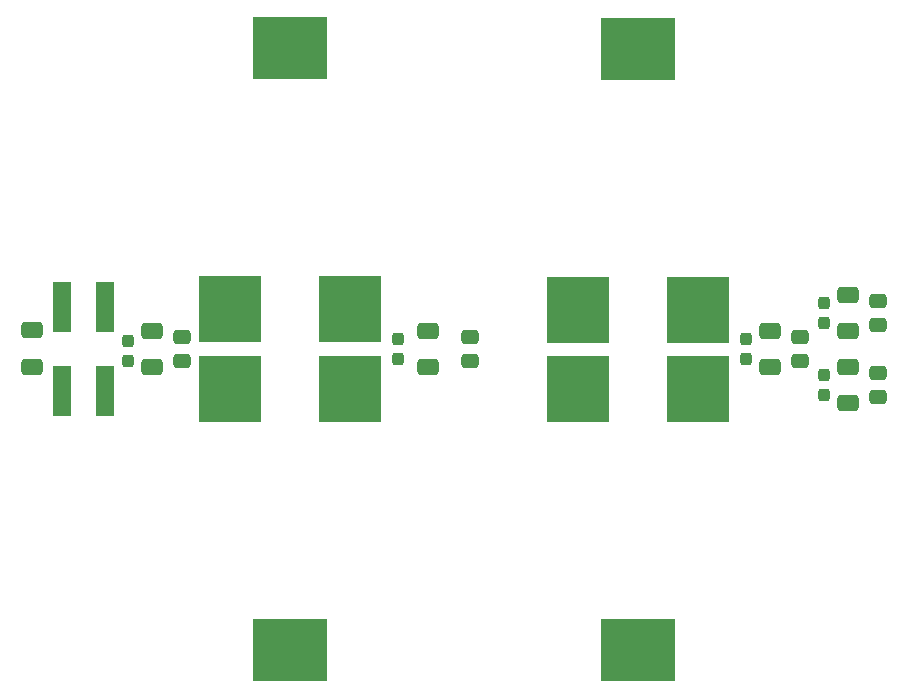
<source format=gtp>
%TF.GenerationSoftware,KiCad,Pcbnew,7.0.9*%
%TF.CreationDate,2024-02-01T15:18:40-05:00*%
%TF.ProjectId,power_filter,706f7765-725f-4666-996c-7465722e6b69,rev?*%
%TF.SameCoordinates,Original*%
%TF.FileFunction,Paste,Top*%
%TF.FilePolarity,Positive*%
%FSLAX46Y46*%
G04 Gerber Fmt 4.6, Leading zero omitted, Abs format (unit mm)*
G04 Created by KiCad (PCBNEW 7.0.9) date 2024-02-01 15:18:40*
%MOMM*%
%LPD*%
G01*
G04 APERTURE LIST*
G04 Aperture macros list*
%AMRoundRect*
0 Rectangle with rounded corners*
0 $1 Rounding radius*
0 $2 $3 $4 $5 $6 $7 $8 $9 X,Y pos of 4 corners*
0 Add a 4 corners polygon primitive as box body*
4,1,4,$2,$3,$4,$5,$6,$7,$8,$9,$2,$3,0*
0 Add four circle primitives for the rounded corners*
1,1,$1+$1,$2,$3*
1,1,$1+$1,$4,$5*
1,1,$1+$1,$6,$7*
1,1,$1+$1,$8,$9*
0 Add four rect primitives between the rounded corners*
20,1,$1+$1,$2,$3,$4,$5,0*
20,1,$1+$1,$4,$5,$6,$7,0*
20,1,$1+$1,$6,$7,$8,$9,0*
20,1,$1+$1,$8,$9,$2,$3,0*%
G04 Aperture macros list end*
%ADD10R,6.360000X5.280000*%
%ADD11R,5.330000X5.590000*%
%ADD12RoundRect,0.250000X-0.475000X0.337500X-0.475000X-0.337500X0.475000X-0.337500X0.475000X0.337500X0*%
%ADD13R,1.500000X4.200000*%
%ADD14RoundRect,0.237500X-0.237500X0.300000X-0.237500X-0.300000X0.237500X-0.300000X0.237500X0.300000X0*%
%ADD15RoundRect,0.250000X-0.650000X0.412500X-0.650000X-0.412500X0.650000X-0.412500X0.650000X0.412500X0*%
%ADD16RoundRect,0.250000X0.650000X-0.412500X0.650000X0.412500X-0.650000X0.412500X-0.650000X-0.412500X0*%
%ADD17RoundRect,0.237500X0.237500X-0.300000X0.237500X0.300000X-0.237500X0.300000X-0.237500X-0.300000X0*%
%ADD18RoundRect,0.250000X0.475000X-0.337500X0.475000X0.337500X-0.475000X0.337500X-0.475000X-0.337500X0*%
G04 APERTURE END LIST*
D10*
%TO.C,L4*%
X131572000Y-127608000D03*
D11*
X136647000Y-105533000D03*
X126497000Y-105533000D03*
%TD*%
D10*
%TO.C,L6*%
X161036000Y-127608000D03*
D11*
X166111000Y-105533000D03*
X155961000Y-105533000D03*
%TD*%
D12*
%TO.C,C16*%
X181356000Y-104118500D03*
X181356000Y-106193500D03*
%TD*%
D13*
%TO.C,L1*%
X112268000Y-98552000D03*
X115868000Y-98552000D03*
%TD*%
D12*
%TO.C,C4*%
X122428000Y-101070500D03*
X122428000Y-103145500D03*
%TD*%
D10*
%TO.C,L5*%
X161036000Y-76708000D03*
D11*
X155961000Y-98783000D03*
X166111000Y-98783000D03*
%TD*%
D14*
%TO.C,C14*%
X176784000Y-104293500D03*
X176784000Y-106018500D03*
%TD*%
D12*
%TO.C,C7*%
X146812000Y-101070500D03*
X146812000Y-103145500D03*
%TD*%
D14*
%TO.C,C8*%
X170180000Y-101245500D03*
X170180000Y-102970500D03*
%TD*%
D15*
%TO.C,C3*%
X119888000Y-100545500D03*
X119888000Y-103670500D03*
%TD*%
%TO.C,C6*%
X143256000Y-100545500D03*
X143256000Y-103670500D03*
%TD*%
%TO.C,C1*%
X109728000Y-100507000D03*
X109728000Y-103632000D03*
%TD*%
D16*
%TO.C,C12*%
X178816000Y-100622500D03*
X178816000Y-97497500D03*
%TD*%
D15*
%TO.C,C15*%
X178816000Y-103593500D03*
X178816000Y-106718500D03*
%TD*%
D13*
%TO.C,L2*%
X115868000Y-105664000D03*
X112268000Y-105664000D03*
%TD*%
D12*
%TO.C,C10*%
X174752000Y-101070500D03*
X174752000Y-103145500D03*
%TD*%
D15*
%TO.C,C9*%
X172212000Y-100545500D03*
X172212000Y-103670500D03*
%TD*%
D14*
%TO.C,C5*%
X140716000Y-101245500D03*
X140716000Y-102970500D03*
%TD*%
D17*
%TO.C,C11*%
X176784000Y-99922500D03*
X176784000Y-98197500D03*
%TD*%
D14*
%TO.C,C2*%
X117856000Y-101399000D03*
X117856000Y-103124000D03*
%TD*%
D18*
%TO.C,C13*%
X181356000Y-100097500D03*
X181356000Y-98022500D03*
%TD*%
D10*
%TO.C,L3*%
X131572000Y-76608000D03*
D11*
X126497000Y-98683000D03*
X136647000Y-98683000D03*
%TD*%
M02*

</source>
